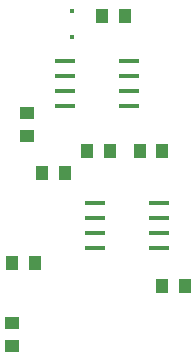
<source format=gbr>
G04 DipTrace 3.0.0.2*
G04 TopPaste.gbr*
%MOIN*%
G04 #@! TF.FileFunction,Paste,Top*
G04 #@! TF.Part,Single*
%ADD49R,0.07074X0.015622*%
%ADD55R,0.051055X0.043181*%
%ADD69R,0.015622X0.015622*%
%ADD71R,0.043181X0.051055*%
%FSLAX26Y26*%
G04*
G70*
G90*
G75*
G01*
G04 TopPaste*
%LPD*%
D69*
X1144000Y1497346D3*
Y1583961D3*
D55*
X944000Y469000D3*
Y543803D3*
D71*
X1119000Y1044000D3*
X1044197D3*
X1444000Y669000D3*
X1518803D3*
X1269000Y1119000D3*
X1194197D3*
X1369000D3*
X1443803D3*
X944197Y744000D3*
X1019000D3*
D55*
X994000Y1169000D3*
Y1243803D3*
D71*
X1319000Y1569000D3*
X1244197D3*
D49*
X1119000Y1419000D3*
Y1369000D3*
Y1319000D3*
Y1269000D3*
X1331598D3*
Y1319000D3*
Y1369000D3*
Y1419000D3*
X1219000Y944000D3*
Y894000D3*
Y844000D3*
Y794000D3*
X1431598D3*
Y844000D3*
Y894000D3*
Y944000D3*
M02*

</source>
